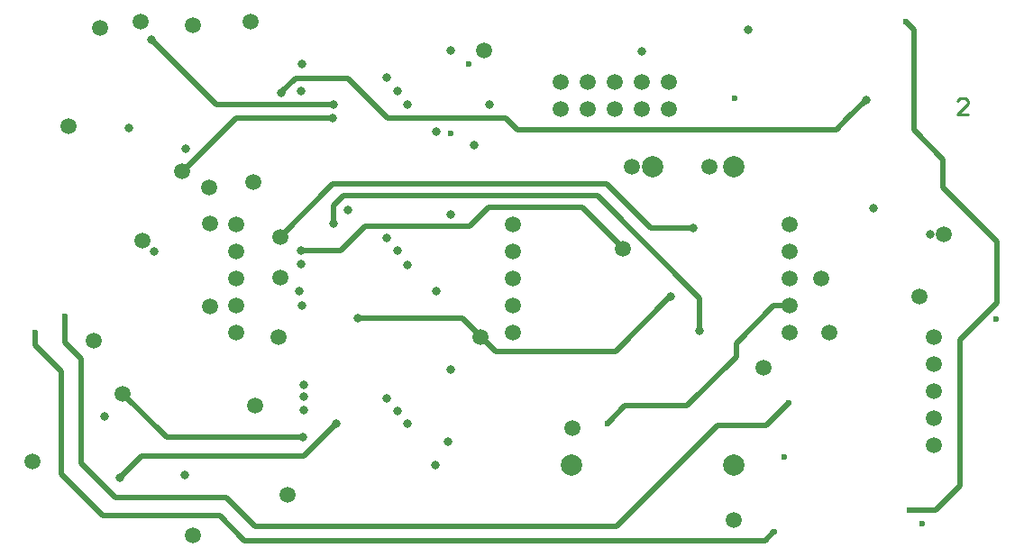
<source format=gbr>
%TF.GenerationSoftware,Altium Limited,Altium Designer,21.6.4 (81)*%
G04 Layer_Physical_Order=2*
G04 Layer_Color=36540*
%FSLAX43Y43*%
%MOMM*%
%TF.SameCoordinates,F87848A5-9C76-4C60-8026-6C1C3CCCB256*%
%TF.FilePolarity,Positive*%
%TF.FileFunction,Copper,L2,Inr,Signal*%
%TF.Part,Single*%
G01*
G75*
%TA.AperFunction,Conductor*%
%ADD23C,0.500*%
%TA.AperFunction,NonConductor*%
%ADD27C,0.254*%
%TA.AperFunction,ComponentPad*%
%ADD28C,1.500*%
%ADD29C,2.000*%
%TA.AperFunction,ViaPad*%
%ADD30C,0.600*%
%ADD31C,0.800*%
D23*
X86137Y39486D02*
Y48864D01*
X85369Y49632D02*
X86137Y48864D01*
X6045Y7137D02*
X9957Y3226D01*
X6045Y7137D02*
Y16795D01*
X3574Y19266D02*
X6045Y16795D01*
X88902Y34034D02*
Y36721D01*
X86137Y39486D02*
X88902Y36721D01*
X93926Y23217D02*
Y29010D01*
X88902Y34034D02*
X93926Y29010D01*
X85750Y3730D02*
X88206D01*
X90500Y6024D01*
Y19791D02*
X93926Y23217D01*
X90500Y6024D02*
Y19791D01*
X74371Y13801D02*
Y13818D01*
X72305Y11735D02*
X74371Y13801D01*
X67688Y11735D02*
X72305D01*
X21599Y4936D02*
X24298Y2237D01*
X58190D01*
X11168Y4936D02*
X21599D01*
X23274Y896D02*
X72177D01*
X20943Y3226D02*
X23274Y896D01*
X9957Y3226D02*
X20943D01*
X7948Y8156D02*
X11168Y4936D01*
X7948Y8156D02*
Y17989D01*
X6421Y19516D02*
Y21971D01*
Y19516D02*
X7948Y17989D01*
X58190Y2237D02*
X67688Y11735D01*
X57379Y11951D02*
X57381D01*
X57429Y11998D01*
Y12001D02*
X58963Y13535D01*
X64826D01*
X57429Y11998D02*
Y12001D01*
X64826Y13535D02*
X69446Y18156D01*
Y19424D01*
X72982Y22960D02*
X74500D01*
X69446Y19424D02*
X72982Y22960D01*
X3574Y19266D02*
Y20396D01*
X72177Y896D02*
X72980Y1699D01*
X36748Y40595D02*
X47797D01*
X48895Y39497D02*
X78842D01*
X47797Y40595D02*
X48895Y39497D01*
X79934Y40589D02*
X79934D01*
X78842Y39497D02*
X79934Y40589D01*
X79934D02*
X81636Y42291D01*
X32995Y44348D02*
X36748Y40595D01*
X31580Y34366D02*
X57277D01*
X61417Y30226D02*
X65380D01*
X57277Y34366D02*
X61417Y30226D01*
X66056Y20559D02*
Y23665D01*
X56421Y33299D02*
X66056Y23665D01*
X32563Y33299D02*
X56421D01*
X54976Y32207D02*
X59170Y28013D01*
X46228Y32207D02*
X54976D01*
X63259Y23785D02*
X63313D01*
X46852Y18644D02*
X58117D01*
X63259Y23785D01*
X45486Y20010D02*
X46852Y18644D01*
X43710Y21785D02*
X45486Y20010D01*
X44450Y30429D02*
X46228Y32207D01*
X32301Y28135D02*
X34595Y30429D01*
X44450D01*
X17457Y35595D02*
X17510D01*
X22510Y40595D02*
X31547D01*
X17510Y35595D02*
X22510Y40595D01*
X26746Y42951D02*
Y43028D01*
X28067Y44348D02*
X32995D01*
X26746Y43028D02*
X28067Y44348D01*
X31648Y32385D02*
X32563Y33299D01*
X31648Y30675D02*
Y32385D01*
X33934Y21785D02*
X43710D01*
X26653Y29439D02*
X31580Y34366D01*
X15951Y10592D02*
X28778D01*
X11684Y14859D02*
X15951Y10592D01*
X28550Y28135D02*
X32301D01*
X28829Y8865D02*
X31852Y11887D01*
X13640Y8865D02*
X28829D01*
X11582Y6807D02*
X13640Y8865D01*
X20638Y41885D02*
X31648D01*
X14567Y47955D02*
X20638Y41885D01*
D27*
X91264Y40914D02*
X90249D01*
X91264Y41930D01*
Y42184D01*
X91010Y42438D01*
X90503D01*
X90249Y42184D01*
D28*
X88000Y20000D02*
D03*
Y17460D02*
D03*
Y14920D02*
D03*
Y12380D02*
D03*
Y9840D02*
D03*
X53000Y44000D02*
D03*
X55540D02*
D03*
X58080D02*
D03*
X60620D02*
D03*
X63160D02*
D03*
X53000Y41460D02*
D03*
X55540D02*
D03*
X58080D02*
D03*
X60620D02*
D03*
X63160D02*
D03*
X22500Y20420D02*
D03*
Y22960D02*
D03*
Y25500D02*
D03*
Y28040D02*
D03*
Y30580D02*
D03*
X48500Y20420D02*
D03*
Y22960D02*
D03*
Y25500D02*
D03*
Y28040D02*
D03*
Y30580D02*
D03*
X74500Y20420D02*
D03*
Y22960D02*
D03*
Y25500D02*
D03*
Y28040D02*
D03*
Y30580D02*
D03*
X13665Y29108D02*
D03*
X17457Y35595D02*
D03*
X20045Y30714D02*
D03*
X86657Y23851D02*
D03*
X77470Y25552D02*
D03*
X9119Y19710D02*
D03*
X20015Y22860D02*
D03*
X54045Y11465D02*
D03*
X59673Y35983D02*
D03*
X13503Y49608D02*
D03*
X6756Y39822D02*
D03*
X9703Y49078D02*
D03*
X18466Y49327D02*
D03*
X24130Y34544D02*
D03*
X19916Y34064D02*
D03*
X88986Y29632D02*
D03*
X71984Y17094D02*
D03*
X58858Y28298D02*
D03*
X26604Y25595D02*
D03*
X26441Y19990D02*
D03*
X45466D02*
D03*
X26619Y29405D02*
D03*
X23890Y49682D02*
D03*
X69210Y2821D02*
D03*
X3353Y8331D02*
D03*
X24302Y13558D02*
D03*
X18440Y1346D02*
D03*
X11862Y14667D02*
D03*
X27349Y5162D02*
D03*
X78220Y20447D02*
D03*
X66903Y36000D02*
D03*
X45796Y46952D02*
D03*
D29*
X61610Y36000D02*
D03*
X69210D02*
D03*
X54010Y8000D02*
D03*
X69210D02*
D03*
D30*
X85369Y49632D02*
D03*
X73939Y8730D02*
D03*
X86919Y2480D02*
D03*
X85750Y3730D02*
D03*
X93892Y21666D02*
D03*
X74371Y13818D02*
D03*
X6421Y21971D02*
D03*
X57379Y11921D02*
D03*
X3574Y20396D02*
D03*
X73000Y1718D02*
D03*
X69291Y42460D02*
D03*
X42646Y39170D02*
D03*
X44298Y45675D02*
D03*
D31*
X46327Y41865D02*
D03*
X60620Y46859D02*
D03*
X82396Y32134D02*
D03*
X81636Y42291D02*
D03*
X65380Y30226D02*
D03*
X33020Y31945D02*
D03*
X42621Y31560D02*
D03*
X70612Y48870D02*
D03*
X38583Y41885D02*
D03*
X87670Y29657D02*
D03*
X17780Y37744D02*
D03*
X17678Y7036D02*
D03*
X28869Y13132D02*
D03*
Y14402D02*
D03*
X31852Y11887D02*
D03*
X41237Y7955D02*
D03*
X41250Y39345D02*
D03*
X41257Y24359D02*
D03*
X42360Y10146D02*
D03*
X10109Y12548D02*
D03*
X28550Y26848D02*
D03*
X28778Y10592D02*
D03*
X11582Y6807D02*
D03*
X28550Y28135D02*
D03*
X66056Y20559D02*
D03*
X31648Y30675D02*
D03*
X63313Y23785D02*
D03*
X26746Y42951D02*
D03*
X12423Y39688D02*
D03*
X14567Y47955D02*
D03*
X31648Y41885D02*
D03*
X31547Y40595D02*
D03*
X44856Y38049D02*
D03*
X28869Y15563D02*
D03*
X28653Y45640D02*
D03*
X33934Y21785D02*
D03*
X28442Y24325D02*
D03*
X28697Y23012D02*
D03*
X36673Y44378D02*
D03*
X36646Y29337D02*
D03*
X36627Y14275D02*
D03*
X37620Y43135D02*
D03*
Y28169D02*
D03*
Y13106D02*
D03*
X38594Y26822D02*
D03*
X38583Y11887D02*
D03*
X28626Y43091D02*
D03*
X14783Y28042D02*
D03*
X42636Y16945D02*
D03*
X42621Y46903D02*
D03*
%TF.MD5,7020514fba683327cd3e82b040ab90a9*%
M02*

</source>
